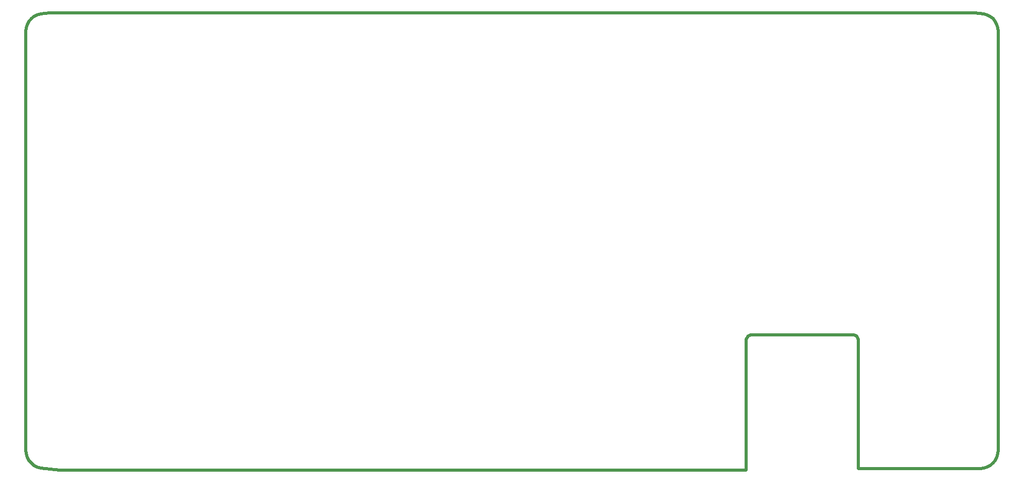
<source format=gko>
G04 Layer_Color=16711935*
%FSAX25Y25*%
%MOIN*%
G70*
G01*
G75*
%ADD52C,0.01969*%
D52*
X0584500Y0117358D02*
Y0388669D01*
Y0117358D02*
X0584727Y0115054D01*
X0585399Y0112838D01*
X0586490Y0110796D01*
X0587959Y0109007D01*
X0589749Y0107538D01*
X0591791Y0106446D01*
X0594007Y0105774D01*
X0606483Y0104545D02*
X1051035D01*
Y0188224D01*
X1051134Y0189100D01*
X1051425Y0189933D01*
X1051894Y0190679D01*
X1052518Y0191302D01*
X1053264Y0191771D01*
X1054096Y0192063D01*
X1054972Y0192161D01*
X1119933D01*
X1120809Y0192063D01*
X1121641Y0191771D01*
X1122388Y0191302D01*
X1123011Y0190679D01*
X1123480Y0189933D01*
X1123771Y0189100D01*
X1123870Y0188224D01*
Y0105547D02*
Y0188224D01*
Y0105547D02*
X1202610D01*
X1204914Y0105774D01*
X1207130Y0106446D01*
X1209172Y0107538D01*
X1210962Y0109007D01*
X1212431Y0110796D01*
X1213522Y0112838D01*
X1214194Y0115054D01*
X1214421Y0117358D01*
Y0388669D01*
X1214194Y0390973D02*
X1214421Y0388669D01*
X1213522Y0393189D02*
X1214194Y0390973D01*
X1212431Y0395231D02*
X1213522Y0393189D01*
X1210962Y0397021D02*
X1212431Y0395231D01*
X1209172Y0398490D02*
X1210962Y0397021D01*
X1207130Y0399581D02*
X1209172Y0398490D01*
X1204914Y0400253D02*
X1207130Y0399581D01*
X1199133Y0400823D02*
X1204914Y0400253D01*
X0599788Y0400823D02*
X1199133D01*
X0594007Y0400253D02*
X0599788Y0400823D01*
X0591791Y0399581D02*
X0594007Y0400253D01*
X0589749Y0398490D02*
X0591791Y0399581D01*
X0587959Y0397021D02*
X0589749Y0398490D01*
X0586490Y0395231D02*
X0587959Y0397021D01*
X0585399Y0393189D02*
X0586490Y0395231D01*
X0584727Y0390973D02*
X0585399Y0393189D01*
X0584500Y0388669D02*
X0584727Y0390973D01*
X0594007Y0105774D02*
X0606483Y0104545D01*
M02*

</source>
